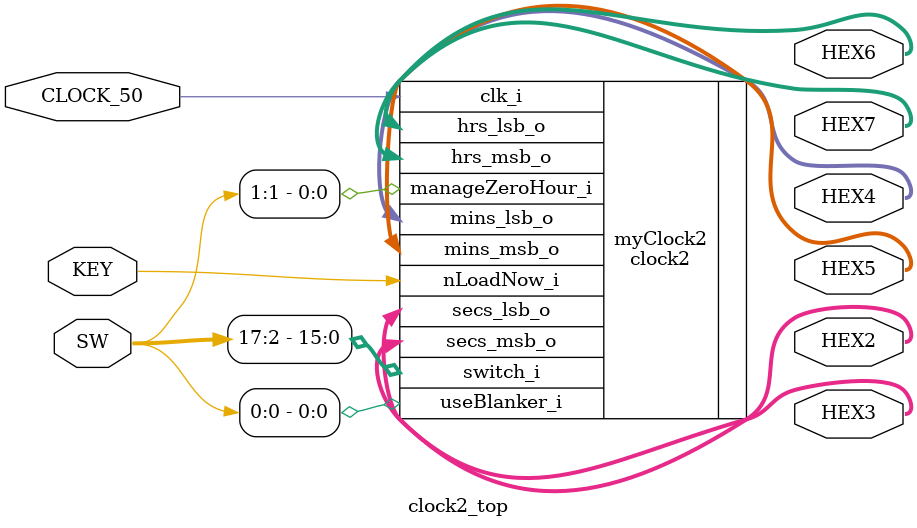
<source format=v>

module clock2_top
  (
    input        CLOCK_50,
    input  [0:0] KEY,
    input  [17:0]SW,
    output [6:0] HEX7,
    output [6:0] HEX6,
    output [6:0] HEX5,
    output [6:0] HEX4,
    output [6:0] HEX3,
    output [6:0] HEX2
  );

  // Hook the clock2 into the board
  clock2
  #(.secs_tc_p(9))
  myClock2
  (
    .clk_i           (CLOCK_50),
    .nLoadNow_i      (KEY),
    .manageZeroHour_i(SW[1]),
    .useBlanker_i    (SW[0]),
    .switch_i        (SW[17:2]),
    .hrs_msb_o       (HEX7),
    .hrs_lsb_o       (HEX6),
    .mins_msb_o      (HEX5),
    .mins_lsb_o      (HEX4),
    .secs_msb_o      (HEX3),
    .secs_lsb_o      (HEX2)
  );

endmodule
</source>
